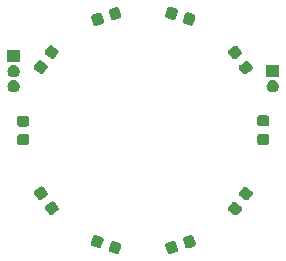
<source format=gbr>
G04 #@! TF.GenerationSoftware,KiCad,Pcbnew,(5.1.4)-1*
G04 #@! TF.CreationDate,2020-05-09T12:02:52-07:00*
G04 #@! TF.ProjectId,Kicad LED Rings_Circular_final,4b696361-6420-44c4-9544-2052696e6773,rev?*
G04 #@! TF.SameCoordinates,Original*
G04 #@! TF.FileFunction,Soldermask,Bot*
G04 #@! TF.FilePolarity,Negative*
%FSLAX46Y46*%
G04 Gerber Fmt 4.6, Leading zero omitted, Abs format (unit mm)*
G04 Created by KiCad (PCBNEW (5.1.4)-1) date 2020-05-09 12:02:52*
%MOMM*%
%LPD*%
G04 APERTURE LIST*
%ADD10C,0.100000*%
G04 APERTURE END LIST*
D10*
G36*
X112267048Y-89273809D02*
G01*
X112304619Y-89288514D01*
X112338598Y-89310266D01*
X112367681Y-89338229D01*
X112390750Y-89371328D01*
X112407920Y-89410582D01*
X112414999Y-89432368D01*
X112415000Y-89432371D01*
X112493017Y-89672483D01*
X112588298Y-89965728D01*
X112597482Y-90007587D01*
X112598274Y-90047920D01*
X112591182Y-90087636D01*
X112576476Y-90125209D01*
X112554727Y-90159185D01*
X112526763Y-90188269D01*
X112493662Y-90211339D01*
X112454409Y-90228508D01*
X112432631Y-90235584D01*
X112432620Y-90235589D01*
X111992376Y-90378633D01*
X111970592Y-90385711D01*
X111928734Y-90394895D01*
X111888400Y-90395687D01*
X111848684Y-90388595D01*
X111811113Y-90373890D01*
X111777134Y-90352138D01*
X111748051Y-90324175D01*
X111724982Y-90291076D01*
X111707812Y-90251822D01*
X111700237Y-90228508D01*
X111593176Y-89899009D01*
X111527434Y-89696676D01*
X111518250Y-89654817D01*
X111517458Y-89614484D01*
X111524550Y-89574768D01*
X111539256Y-89537195D01*
X111561005Y-89503219D01*
X111588969Y-89474135D01*
X111622070Y-89451065D01*
X111661323Y-89433896D01*
X111683101Y-89426820D01*
X111683112Y-89426815D01*
X112123356Y-89283771D01*
X112123357Y-89283771D01*
X112145140Y-89276693D01*
X112186998Y-89267509D01*
X112227332Y-89266717D01*
X112267048Y-89273809D01*
X112267048Y-89273809D01*
G37*
G36*
X107127447Y-89263407D02*
G01*
X107169306Y-89272591D01*
X107191089Y-89279669D01*
X107191090Y-89279669D01*
X107631334Y-89422713D01*
X107631345Y-89422718D01*
X107653123Y-89429794D01*
X107692377Y-89446964D01*
X107725476Y-89470033D01*
X107753439Y-89499116D01*
X107775191Y-89533095D01*
X107789896Y-89570666D01*
X107796988Y-89610382D01*
X107796196Y-89650716D01*
X107787012Y-89692574D01*
X107741264Y-89833372D01*
X107614210Y-90224406D01*
X107606634Y-90247720D01*
X107589465Y-90286973D01*
X107566395Y-90320074D01*
X107537311Y-90348038D01*
X107503335Y-90369787D01*
X107465762Y-90384493D01*
X107426046Y-90391585D01*
X107385713Y-90390793D01*
X107343854Y-90381609D01*
X107322070Y-90374531D01*
X106881826Y-90231487D01*
X106881815Y-90231482D01*
X106860037Y-90224406D01*
X106820783Y-90207236D01*
X106787684Y-90184167D01*
X106759721Y-90155084D01*
X106737969Y-90121105D01*
X106723264Y-90083534D01*
X106716172Y-90043818D01*
X106716964Y-90003484D01*
X106726148Y-89961626D01*
X106821429Y-89668382D01*
X106899446Y-89428269D01*
X106899447Y-89428266D01*
X106906526Y-89406480D01*
X106923695Y-89367227D01*
X106946765Y-89334126D01*
X106975849Y-89306162D01*
X107009825Y-89284413D01*
X107047398Y-89269707D01*
X107087114Y-89262615D01*
X107127447Y-89263407D01*
X107127447Y-89263407D01*
G37*
G36*
X113764962Y-88787107D02*
G01*
X113802533Y-88801812D01*
X113836512Y-88823564D01*
X113865595Y-88851527D01*
X113888664Y-88884626D01*
X113905834Y-88923880D01*
X113912913Y-88945666D01*
X113912914Y-88945669D01*
X113976730Y-89142075D01*
X114086212Y-89479026D01*
X114095396Y-89520885D01*
X114096188Y-89561218D01*
X114089096Y-89600934D01*
X114074390Y-89638507D01*
X114052641Y-89672483D01*
X114024677Y-89701567D01*
X113991576Y-89724637D01*
X113952323Y-89741806D01*
X113930545Y-89748882D01*
X113930534Y-89748887D01*
X113490290Y-89891931D01*
X113468506Y-89899009D01*
X113426648Y-89908193D01*
X113386314Y-89908985D01*
X113346598Y-89901893D01*
X113309027Y-89887188D01*
X113275048Y-89865436D01*
X113245965Y-89837473D01*
X113222896Y-89804374D01*
X113205726Y-89765120D01*
X113198151Y-89741806D01*
X113067021Y-89338229D01*
X113025348Y-89209974D01*
X113016164Y-89168115D01*
X113015372Y-89127782D01*
X113022464Y-89088066D01*
X113037170Y-89050493D01*
X113058919Y-89016517D01*
X113086883Y-88987433D01*
X113119984Y-88964363D01*
X113159237Y-88947194D01*
X113181015Y-88940118D01*
X113181026Y-88940113D01*
X113621270Y-88797069D01*
X113621271Y-88797069D01*
X113643054Y-88789991D01*
X113684912Y-88780807D01*
X113725246Y-88780015D01*
X113764962Y-88787107D01*
X113764962Y-88787107D01*
G37*
G36*
X105629533Y-88776705D02*
G01*
X105671392Y-88785889D01*
X105693175Y-88792967D01*
X105693176Y-88792967D01*
X106133420Y-88936011D01*
X106133431Y-88936016D01*
X106155209Y-88943092D01*
X106194463Y-88960262D01*
X106227562Y-88983331D01*
X106255525Y-89012414D01*
X106277277Y-89046393D01*
X106291982Y-89083964D01*
X106299074Y-89123680D01*
X106298282Y-89164014D01*
X106289098Y-89205872D01*
X106223916Y-89406480D01*
X106116296Y-89737704D01*
X106108720Y-89761018D01*
X106091551Y-89800271D01*
X106068481Y-89833372D01*
X106039397Y-89861336D01*
X106005421Y-89883085D01*
X105967848Y-89897791D01*
X105928132Y-89904883D01*
X105887799Y-89904091D01*
X105845940Y-89894907D01*
X105824156Y-89887829D01*
X105383912Y-89744785D01*
X105383901Y-89744780D01*
X105362123Y-89737704D01*
X105322869Y-89720534D01*
X105289770Y-89697465D01*
X105261807Y-89668382D01*
X105240055Y-89634403D01*
X105225350Y-89596832D01*
X105218258Y-89557116D01*
X105219050Y-89516782D01*
X105228234Y-89474924D01*
X105350896Y-89097410D01*
X105401532Y-88941567D01*
X105401533Y-88941564D01*
X105408612Y-88919778D01*
X105425781Y-88880525D01*
X105448851Y-88847424D01*
X105477935Y-88819460D01*
X105511911Y-88797711D01*
X105549484Y-88783005D01*
X105589200Y-88775913D01*
X105629533Y-88776705D01*
X105629533Y-88776705D01*
G37*
G36*
X117380004Y-85951792D02*
G01*
X117418118Y-85965008D01*
X117455091Y-85986679D01*
X117473615Y-86000138D01*
X117473621Y-86000141D01*
X117866056Y-86285262D01*
X117927320Y-86329773D01*
X117959354Y-86358240D01*
X117983704Y-86390406D01*
X118001312Y-86426708D01*
X118011497Y-86465743D01*
X118013872Y-86506019D01*
X118008344Y-86545985D01*
X117995128Y-86584099D01*
X117973457Y-86621072D01*
X117674448Y-87032624D01*
X117645981Y-87064658D01*
X117613817Y-87089006D01*
X117577512Y-87106615D01*
X117538476Y-87116802D01*
X117498202Y-87119176D01*
X117458236Y-87113648D01*
X117420122Y-87100432D01*
X117383149Y-87078761D01*
X117364625Y-87065302D01*
X117364619Y-87065299D01*
X116929449Y-86749129D01*
X116929450Y-86749129D01*
X116910920Y-86735667D01*
X116878886Y-86707200D01*
X116854536Y-86675034D01*
X116836928Y-86638732D01*
X116826743Y-86599697D01*
X116824368Y-86559421D01*
X116829896Y-86519455D01*
X116843112Y-86481341D01*
X116864783Y-86444368D01*
X117163792Y-86032816D01*
X117192259Y-86000782D01*
X117224423Y-85976434D01*
X117260728Y-85958825D01*
X117299764Y-85948638D01*
X117340038Y-85946264D01*
X117380004Y-85951792D01*
X117380004Y-85951792D01*
G37*
G36*
X102019078Y-85930859D02*
G01*
X102058113Y-85941044D01*
X102094415Y-85958652D01*
X102126581Y-85983002D01*
X102155048Y-86015036D01*
X102454057Y-86426588D01*
X102475728Y-86463561D01*
X102488944Y-86501675D01*
X102494472Y-86541641D01*
X102492098Y-86581915D01*
X102481911Y-86620951D01*
X102464302Y-86657256D01*
X102439954Y-86689420D01*
X102407920Y-86717887D01*
X102389390Y-86731349D01*
X102389391Y-86731349D01*
X101954221Y-87047519D01*
X101954215Y-87047522D01*
X101935691Y-87060981D01*
X101898718Y-87082652D01*
X101860604Y-87095868D01*
X101820638Y-87101396D01*
X101780362Y-87099021D01*
X101741327Y-87088836D01*
X101705025Y-87071228D01*
X101672859Y-87046878D01*
X101644392Y-87014844D01*
X101345383Y-86603292D01*
X101323712Y-86566319D01*
X101310496Y-86528205D01*
X101304968Y-86488239D01*
X101307342Y-86447965D01*
X101317529Y-86408929D01*
X101335138Y-86372624D01*
X101359486Y-86340460D01*
X101391520Y-86311993D01*
X101452784Y-86267482D01*
X101845219Y-85982361D01*
X101845225Y-85982358D01*
X101863749Y-85968899D01*
X101900722Y-85947228D01*
X101938836Y-85934012D01*
X101978802Y-85928484D01*
X102019078Y-85930859D01*
X102019078Y-85930859D01*
G37*
G36*
X118305766Y-84677590D02*
G01*
X118343880Y-84690806D01*
X118380853Y-84712477D01*
X118399377Y-84725936D01*
X118399383Y-84725939D01*
X118791818Y-85011060D01*
X118853082Y-85055571D01*
X118885116Y-85084038D01*
X118909466Y-85116204D01*
X118927074Y-85152506D01*
X118937259Y-85191541D01*
X118939634Y-85231817D01*
X118934106Y-85271783D01*
X118920890Y-85309897D01*
X118899219Y-85346870D01*
X118600210Y-85758422D01*
X118571743Y-85790456D01*
X118539579Y-85814804D01*
X118503274Y-85832413D01*
X118464238Y-85842600D01*
X118423964Y-85844974D01*
X118383998Y-85839446D01*
X118345884Y-85826230D01*
X118308911Y-85804559D01*
X118290387Y-85791100D01*
X118290381Y-85791097D01*
X117855211Y-85474927D01*
X117855212Y-85474927D01*
X117836682Y-85461465D01*
X117804648Y-85432998D01*
X117780298Y-85400832D01*
X117762690Y-85364530D01*
X117752505Y-85325495D01*
X117750130Y-85285219D01*
X117755658Y-85245253D01*
X117768874Y-85207139D01*
X117790545Y-85170166D01*
X118089554Y-84758614D01*
X118118021Y-84726580D01*
X118150185Y-84702232D01*
X118186490Y-84684623D01*
X118225526Y-84674436D01*
X118265800Y-84672062D01*
X118305766Y-84677590D01*
X118305766Y-84677590D01*
G37*
G36*
X101093316Y-84656657D02*
G01*
X101132351Y-84666842D01*
X101168653Y-84684450D01*
X101200819Y-84708800D01*
X101229286Y-84740834D01*
X101528295Y-85152386D01*
X101549966Y-85189359D01*
X101563182Y-85227473D01*
X101568710Y-85267439D01*
X101566336Y-85307713D01*
X101556149Y-85346749D01*
X101538540Y-85383054D01*
X101514192Y-85415218D01*
X101482158Y-85443685D01*
X101463628Y-85457147D01*
X101463629Y-85457147D01*
X101028459Y-85773317D01*
X101028453Y-85773320D01*
X101009929Y-85786779D01*
X100972956Y-85808450D01*
X100934842Y-85821666D01*
X100894876Y-85827194D01*
X100854600Y-85824819D01*
X100815565Y-85814634D01*
X100779263Y-85797026D01*
X100747097Y-85772676D01*
X100718630Y-85740642D01*
X100419621Y-85329090D01*
X100397950Y-85292117D01*
X100384734Y-85254003D01*
X100379206Y-85214037D01*
X100381580Y-85173763D01*
X100391767Y-85134727D01*
X100409376Y-85098422D01*
X100433724Y-85066258D01*
X100465758Y-85037791D01*
X100527022Y-84993280D01*
X100919457Y-84708159D01*
X100919463Y-84708156D01*
X100937987Y-84694697D01*
X100974960Y-84673026D01*
X101013074Y-84659810D01*
X101053040Y-84654282D01*
X101093316Y-84656657D01*
X101093316Y-84656657D01*
G37*
G36*
X99823757Y-80239639D02*
G01*
X99862367Y-80251351D01*
X99897953Y-80270373D01*
X99929136Y-80295964D01*
X99954727Y-80327147D01*
X99973749Y-80362733D01*
X99985461Y-80401343D01*
X99989660Y-80443981D01*
X99989660Y-80952699D01*
X99985461Y-80995337D01*
X99973749Y-81033947D01*
X99954727Y-81069533D01*
X99929136Y-81100716D01*
X99897953Y-81126307D01*
X99862367Y-81145329D01*
X99823757Y-81157041D01*
X99781119Y-81161240D01*
X99197401Y-81161240D01*
X99154763Y-81157041D01*
X99116153Y-81145329D01*
X99080567Y-81126307D01*
X99049384Y-81100716D01*
X99023793Y-81069533D01*
X99004771Y-81033947D01*
X98993059Y-80995337D01*
X98988860Y-80952699D01*
X98988860Y-80443981D01*
X98993059Y-80401343D01*
X99004771Y-80362733D01*
X99023793Y-80327147D01*
X99049384Y-80295964D01*
X99080567Y-80270373D01*
X99116153Y-80251351D01*
X99154763Y-80239639D01*
X99197401Y-80235440D01*
X99781119Y-80235440D01*
X99823757Y-80239639D01*
X99823757Y-80239639D01*
G37*
G36*
X120148837Y-80224499D02*
G01*
X120187447Y-80236211D01*
X120223033Y-80255233D01*
X120254216Y-80280824D01*
X120279807Y-80312007D01*
X120298829Y-80347593D01*
X120310541Y-80386203D01*
X120314740Y-80428841D01*
X120314740Y-80937559D01*
X120310541Y-80980197D01*
X120298829Y-81018807D01*
X120279807Y-81054393D01*
X120254216Y-81085576D01*
X120223033Y-81111167D01*
X120187447Y-81130189D01*
X120148837Y-81141901D01*
X120106199Y-81146100D01*
X119522481Y-81146100D01*
X119479843Y-81141901D01*
X119441233Y-81130189D01*
X119405647Y-81111167D01*
X119374464Y-81085576D01*
X119348873Y-81054393D01*
X119329851Y-81018807D01*
X119318139Y-80980197D01*
X119313940Y-80937559D01*
X119313940Y-80428841D01*
X119318139Y-80386203D01*
X119329851Y-80347593D01*
X119348873Y-80312007D01*
X119374464Y-80280824D01*
X119405647Y-80255233D01*
X119441233Y-80236211D01*
X119479843Y-80224499D01*
X119522481Y-80220300D01*
X120106199Y-80220300D01*
X120148837Y-80224499D01*
X120148837Y-80224499D01*
G37*
G36*
X99823757Y-78664639D02*
G01*
X99862367Y-78676351D01*
X99897953Y-78695373D01*
X99929136Y-78720964D01*
X99954727Y-78752147D01*
X99973749Y-78787733D01*
X99985461Y-78826343D01*
X99989660Y-78868981D01*
X99989660Y-79377699D01*
X99985461Y-79420337D01*
X99973749Y-79458947D01*
X99954727Y-79494533D01*
X99929136Y-79525716D01*
X99897953Y-79551307D01*
X99862367Y-79570329D01*
X99823757Y-79582041D01*
X99781119Y-79586240D01*
X99197401Y-79586240D01*
X99154763Y-79582041D01*
X99116153Y-79570329D01*
X99080567Y-79551307D01*
X99049384Y-79525716D01*
X99023793Y-79494533D01*
X99004771Y-79458947D01*
X98993059Y-79420337D01*
X98988860Y-79377699D01*
X98988860Y-78868981D01*
X98993059Y-78826343D01*
X99004771Y-78787733D01*
X99023793Y-78752147D01*
X99049384Y-78720964D01*
X99080567Y-78695373D01*
X99116153Y-78676351D01*
X99154763Y-78664639D01*
X99197401Y-78660440D01*
X99781119Y-78660440D01*
X99823757Y-78664639D01*
X99823757Y-78664639D01*
G37*
G36*
X120148837Y-78649499D02*
G01*
X120187447Y-78661211D01*
X120223033Y-78680233D01*
X120254216Y-78705824D01*
X120279807Y-78737007D01*
X120298829Y-78772593D01*
X120310541Y-78811203D01*
X120314740Y-78853841D01*
X120314740Y-79362559D01*
X120310541Y-79405197D01*
X120298829Y-79443807D01*
X120279807Y-79479393D01*
X120254216Y-79510576D01*
X120223033Y-79536167D01*
X120187447Y-79555189D01*
X120148837Y-79566901D01*
X120106199Y-79571100D01*
X119522481Y-79571100D01*
X119479843Y-79566901D01*
X119441233Y-79555189D01*
X119405647Y-79536167D01*
X119374464Y-79510576D01*
X119348873Y-79479393D01*
X119329851Y-79443807D01*
X119318139Y-79405197D01*
X119313940Y-79362559D01*
X119313940Y-78853841D01*
X119318139Y-78811203D01*
X119329851Y-78772593D01*
X119348873Y-78737007D01*
X119374464Y-78705824D01*
X119405647Y-78680233D01*
X119441233Y-78661211D01*
X119479843Y-78649499D01*
X119522481Y-78645300D01*
X120106199Y-78645300D01*
X120148837Y-78649499D01*
X120148837Y-78649499D01*
G37*
G36*
X98782996Y-75652202D02*
G01*
X98882035Y-75682245D01*
X98973309Y-75731032D01*
X99053311Y-75796689D01*
X99118968Y-75876691D01*
X99167755Y-75967965D01*
X99197798Y-76067004D01*
X99207942Y-76170000D01*
X99197798Y-76272996D01*
X99167755Y-76372035D01*
X99118968Y-76463309D01*
X99053311Y-76543311D01*
X98973309Y-76608968D01*
X98882035Y-76657755D01*
X98782996Y-76687798D01*
X98705810Y-76695400D01*
X98654190Y-76695400D01*
X98577004Y-76687798D01*
X98477965Y-76657755D01*
X98386691Y-76608968D01*
X98306689Y-76543311D01*
X98241032Y-76463309D01*
X98192245Y-76372035D01*
X98162202Y-76272996D01*
X98152058Y-76170000D01*
X98162202Y-76067004D01*
X98192245Y-75967965D01*
X98241032Y-75876691D01*
X98306689Y-75796689D01*
X98386691Y-75731032D01*
X98477965Y-75682245D01*
X98577004Y-75652202D01*
X98654190Y-75644600D01*
X98705810Y-75644600D01*
X98782996Y-75652202D01*
X98782996Y-75652202D01*
G37*
G36*
X120714896Y-75651722D02*
G01*
X120813935Y-75681765D01*
X120905209Y-75730552D01*
X120985211Y-75796209D01*
X121050868Y-75876211D01*
X121099655Y-75967485D01*
X121129698Y-76066524D01*
X121139842Y-76169520D01*
X121129698Y-76272516D01*
X121099655Y-76371555D01*
X121050868Y-76462829D01*
X120985211Y-76542831D01*
X120905209Y-76608488D01*
X120813935Y-76657275D01*
X120714896Y-76687318D01*
X120637710Y-76694920D01*
X120586090Y-76694920D01*
X120508904Y-76687318D01*
X120409865Y-76657275D01*
X120318591Y-76608488D01*
X120238589Y-76542831D01*
X120172932Y-76462829D01*
X120124145Y-76371555D01*
X120094102Y-76272516D01*
X120083958Y-76169520D01*
X120094102Y-76066524D01*
X120124145Y-75967485D01*
X120172932Y-75876211D01*
X120238589Y-75796209D01*
X120318591Y-75730552D01*
X120409865Y-75681765D01*
X120508904Y-75651722D01*
X120586090Y-75644120D01*
X120637710Y-75644120D01*
X120714896Y-75651722D01*
X120714896Y-75651722D01*
G37*
G36*
X98782996Y-74382202D02*
G01*
X98882035Y-74412245D01*
X98973309Y-74461032D01*
X99053311Y-74526689D01*
X99118968Y-74606691D01*
X99167755Y-74697965D01*
X99197798Y-74797004D01*
X99207942Y-74900000D01*
X99197798Y-75002996D01*
X99167755Y-75102035D01*
X99118968Y-75193309D01*
X99053311Y-75273311D01*
X98973309Y-75338968D01*
X98882035Y-75387755D01*
X98782996Y-75417798D01*
X98705810Y-75425400D01*
X98654190Y-75425400D01*
X98577004Y-75417798D01*
X98477965Y-75387755D01*
X98386691Y-75338968D01*
X98306689Y-75273311D01*
X98241032Y-75193309D01*
X98192245Y-75102035D01*
X98162202Y-75002996D01*
X98152058Y-74900000D01*
X98162202Y-74797004D01*
X98192245Y-74697965D01*
X98241032Y-74606691D01*
X98306689Y-74526689D01*
X98386691Y-74461032D01*
X98477965Y-74412245D01*
X98577004Y-74382202D01*
X98654190Y-74374600D01*
X98705810Y-74374600D01*
X98782996Y-74382202D01*
X98782996Y-74382202D01*
G37*
G36*
X121137300Y-75424920D02*
G01*
X120086500Y-75424920D01*
X120086500Y-74374120D01*
X121137300Y-74374120D01*
X121137300Y-75424920D01*
X121137300Y-75424920D01*
G37*
G36*
X118455418Y-74003019D02*
G01*
X118494453Y-74013204D01*
X118530755Y-74030812D01*
X118562921Y-74055162D01*
X118591388Y-74087196D01*
X118890397Y-74498748D01*
X118912068Y-74535721D01*
X118925284Y-74573835D01*
X118930812Y-74613801D01*
X118928438Y-74654075D01*
X118918251Y-74693111D01*
X118900642Y-74729416D01*
X118876294Y-74761580D01*
X118844260Y-74790047D01*
X118825730Y-74803509D01*
X118825731Y-74803509D01*
X118390561Y-75119679D01*
X118390555Y-75119682D01*
X118372031Y-75133141D01*
X118335058Y-75154812D01*
X118296944Y-75168028D01*
X118256978Y-75173556D01*
X118216702Y-75171181D01*
X118177667Y-75160996D01*
X118141365Y-75143388D01*
X118109199Y-75119038D01*
X118080732Y-75087004D01*
X117781723Y-74675452D01*
X117760052Y-74638479D01*
X117746836Y-74600365D01*
X117741308Y-74560399D01*
X117743682Y-74520125D01*
X117753869Y-74481089D01*
X117771478Y-74444784D01*
X117795826Y-74412620D01*
X117827860Y-74384153D01*
X117889124Y-74339642D01*
X118281559Y-74054521D01*
X118281565Y-74054518D01*
X118300089Y-74041059D01*
X118337062Y-74019388D01*
X118375176Y-74006172D01*
X118415142Y-74000644D01*
X118455418Y-74003019D01*
X118455418Y-74003019D01*
G37*
G36*
X100922142Y-73979894D02*
G01*
X100960256Y-73993110D01*
X100997229Y-74014781D01*
X101015753Y-74028240D01*
X101015759Y-74028243D01*
X101190775Y-74155400D01*
X101469458Y-74357875D01*
X101501492Y-74386342D01*
X101525842Y-74418508D01*
X101543450Y-74454810D01*
X101553635Y-74493845D01*
X101556010Y-74534121D01*
X101550482Y-74574087D01*
X101537266Y-74612201D01*
X101515595Y-74649174D01*
X101216586Y-75060726D01*
X101188119Y-75092760D01*
X101155955Y-75117108D01*
X101119650Y-75134717D01*
X101080614Y-75144904D01*
X101040340Y-75147278D01*
X101000374Y-75141750D01*
X100962260Y-75128534D01*
X100925287Y-75106863D01*
X100906763Y-75093404D01*
X100906757Y-75093401D01*
X100514322Y-74808280D01*
X100453058Y-74763769D01*
X100421024Y-74735302D01*
X100396674Y-74703136D01*
X100379066Y-74666834D01*
X100368881Y-74627799D01*
X100366506Y-74587523D01*
X100372034Y-74547557D01*
X100385250Y-74509443D01*
X100406921Y-74472470D01*
X100705930Y-74060918D01*
X100734397Y-74028884D01*
X100766561Y-74004536D01*
X100802866Y-73986927D01*
X100841902Y-73976740D01*
X100882176Y-73974366D01*
X100922142Y-73979894D01*
X100922142Y-73979894D01*
G37*
G36*
X99205400Y-74155400D02*
G01*
X98154600Y-74155400D01*
X98154600Y-73104600D01*
X99205400Y-73104600D01*
X99205400Y-74155400D01*
X99205400Y-74155400D01*
G37*
G36*
X117529656Y-72728817D02*
G01*
X117568691Y-72739002D01*
X117604993Y-72756610D01*
X117637159Y-72780960D01*
X117665626Y-72812994D01*
X117964635Y-73224546D01*
X117986306Y-73261519D01*
X117999522Y-73299633D01*
X118005050Y-73339599D01*
X118002676Y-73379873D01*
X117992489Y-73418909D01*
X117974880Y-73455214D01*
X117950532Y-73487378D01*
X117918498Y-73515845D01*
X117899968Y-73529307D01*
X117899969Y-73529307D01*
X117464799Y-73845477D01*
X117464793Y-73845480D01*
X117446269Y-73858939D01*
X117409296Y-73880610D01*
X117371182Y-73893826D01*
X117331216Y-73899354D01*
X117290940Y-73896979D01*
X117251905Y-73886794D01*
X117215603Y-73869186D01*
X117183437Y-73844836D01*
X117154970Y-73812802D01*
X116855961Y-73401250D01*
X116834290Y-73364277D01*
X116821074Y-73326163D01*
X116815546Y-73286197D01*
X116817920Y-73245923D01*
X116828107Y-73206887D01*
X116845716Y-73170582D01*
X116870064Y-73138418D01*
X116902098Y-73109951D01*
X116963362Y-73065440D01*
X117355797Y-72780319D01*
X117355803Y-72780316D01*
X117374327Y-72766857D01*
X117411300Y-72745186D01*
X117449414Y-72731970D01*
X117489380Y-72726442D01*
X117529656Y-72728817D01*
X117529656Y-72728817D01*
G37*
G36*
X101847904Y-72705692D02*
G01*
X101886018Y-72718908D01*
X101922991Y-72740579D01*
X101941515Y-72754038D01*
X101941521Y-72754041D01*
X102333956Y-73039162D01*
X102395220Y-73083673D01*
X102427254Y-73112140D01*
X102451604Y-73144306D01*
X102469212Y-73180608D01*
X102479397Y-73219643D01*
X102481772Y-73259919D01*
X102476244Y-73299885D01*
X102463028Y-73337999D01*
X102441357Y-73374972D01*
X102142348Y-73786524D01*
X102113881Y-73818558D01*
X102081717Y-73842906D01*
X102045412Y-73860515D01*
X102006376Y-73870702D01*
X101966102Y-73873076D01*
X101926136Y-73867548D01*
X101888022Y-73854332D01*
X101851049Y-73832661D01*
X101832525Y-73819202D01*
X101832519Y-73819199D01*
X101440084Y-73534078D01*
X101378820Y-73489567D01*
X101346786Y-73461100D01*
X101322436Y-73428934D01*
X101304828Y-73392632D01*
X101294643Y-73353597D01*
X101292268Y-73313321D01*
X101297796Y-73273355D01*
X101311012Y-73235241D01*
X101332683Y-73198268D01*
X101631692Y-72786716D01*
X101660159Y-72754682D01*
X101692323Y-72730334D01*
X101728628Y-72712725D01*
X101767664Y-72702538D01*
X101807938Y-72700164D01*
X101847904Y-72705692D01*
X101847904Y-72705692D01*
G37*
G36*
X105980548Y-69939329D02*
G01*
X106018119Y-69954034D01*
X106052098Y-69975786D01*
X106081181Y-70003749D01*
X106104250Y-70036848D01*
X106121420Y-70076102D01*
X106128499Y-70097888D01*
X106128500Y-70097891D01*
X106206517Y-70338003D01*
X106301798Y-70631248D01*
X106310982Y-70673107D01*
X106311774Y-70713440D01*
X106304682Y-70753156D01*
X106289976Y-70790729D01*
X106268227Y-70824705D01*
X106240263Y-70853789D01*
X106207162Y-70876859D01*
X106167909Y-70894028D01*
X106146131Y-70901104D01*
X106146120Y-70901109D01*
X105720473Y-71039410D01*
X105684092Y-71051231D01*
X105642234Y-71060415D01*
X105601900Y-71061207D01*
X105562184Y-71054115D01*
X105524613Y-71039410D01*
X105490634Y-71017658D01*
X105461551Y-70989695D01*
X105438482Y-70956596D01*
X105421312Y-70917342D01*
X105413737Y-70894028D01*
X105302154Y-70550611D01*
X105240934Y-70362196D01*
X105231750Y-70320337D01*
X105230958Y-70280004D01*
X105238050Y-70240288D01*
X105252756Y-70202715D01*
X105274505Y-70168739D01*
X105302469Y-70139655D01*
X105335570Y-70116585D01*
X105374823Y-70099416D01*
X105396601Y-70092340D01*
X105396612Y-70092335D01*
X105836856Y-69949291D01*
X105836857Y-69949291D01*
X105858640Y-69942213D01*
X105900498Y-69933029D01*
X105940832Y-69932237D01*
X105980548Y-69939329D01*
X105980548Y-69939329D01*
G37*
G36*
X113406327Y-69916227D02*
G01*
X113448186Y-69925411D01*
X113469969Y-69932489D01*
X113469970Y-69932489D01*
X113910214Y-70075533D01*
X113910225Y-70075538D01*
X113932003Y-70082614D01*
X113971257Y-70099784D01*
X114004356Y-70122853D01*
X114032319Y-70151936D01*
X114054071Y-70185915D01*
X114068776Y-70223486D01*
X114075868Y-70263202D01*
X114075076Y-70303536D01*
X114065892Y-70345394D01*
X113997166Y-70556911D01*
X113893090Y-70877226D01*
X113885514Y-70900540D01*
X113868345Y-70939793D01*
X113845275Y-70972894D01*
X113816191Y-71000858D01*
X113782215Y-71022607D01*
X113744642Y-71037313D01*
X113704926Y-71044405D01*
X113664593Y-71043613D01*
X113622734Y-71034429D01*
X113600950Y-71027351D01*
X113160706Y-70884307D01*
X113160695Y-70884302D01*
X113138917Y-70877226D01*
X113099663Y-70860056D01*
X113066564Y-70836987D01*
X113038601Y-70807904D01*
X113016849Y-70773925D01*
X113002144Y-70736354D01*
X112995052Y-70696638D01*
X112995844Y-70656304D01*
X113005028Y-70614446D01*
X113100309Y-70321202D01*
X113178326Y-70081089D01*
X113178327Y-70081086D01*
X113185406Y-70059300D01*
X113202575Y-70020047D01*
X113225645Y-69986946D01*
X113254729Y-69958982D01*
X113288705Y-69937233D01*
X113326278Y-69922527D01*
X113365994Y-69915435D01*
X113406327Y-69916227D01*
X113406327Y-69916227D01*
G37*
G36*
X107478462Y-69452627D02*
G01*
X107516033Y-69467332D01*
X107550012Y-69489084D01*
X107579095Y-69517047D01*
X107602164Y-69550146D01*
X107619334Y-69589400D01*
X107626413Y-69611186D01*
X107626414Y-69611189D01*
X107680127Y-69776500D01*
X107799712Y-70144546D01*
X107808896Y-70186405D01*
X107809688Y-70226738D01*
X107802596Y-70266454D01*
X107787890Y-70304027D01*
X107766141Y-70338003D01*
X107738177Y-70367087D01*
X107705076Y-70390157D01*
X107665823Y-70407326D01*
X107644045Y-70414402D01*
X107644034Y-70414407D01*
X107218387Y-70552708D01*
X107182006Y-70564529D01*
X107140148Y-70573713D01*
X107099814Y-70574505D01*
X107060098Y-70567413D01*
X107022527Y-70552708D01*
X106988548Y-70530956D01*
X106959465Y-70502993D01*
X106936396Y-70469894D01*
X106919226Y-70430640D01*
X106911651Y-70407326D01*
X106780521Y-70003749D01*
X106738848Y-69875494D01*
X106729664Y-69833635D01*
X106728872Y-69793302D01*
X106735964Y-69753586D01*
X106750670Y-69716013D01*
X106772419Y-69682037D01*
X106800383Y-69652953D01*
X106833484Y-69629883D01*
X106872737Y-69612714D01*
X106894515Y-69605638D01*
X106894526Y-69605633D01*
X107334770Y-69462589D01*
X107334771Y-69462589D01*
X107356554Y-69455511D01*
X107398412Y-69446327D01*
X107438746Y-69445535D01*
X107478462Y-69452627D01*
X107478462Y-69452627D01*
G37*
G36*
X111908413Y-69429525D02*
G01*
X111950272Y-69438709D01*
X111972055Y-69445787D01*
X111972056Y-69445787D01*
X112412300Y-69588831D01*
X112412311Y-69588836D01*
X112434089Y-69595912D01*
X112473343Y-69613082D01*
X112506442Y-69636151D01*
X112534405Y-69665234D01*
X112556157Y-69699213D01*
X112570862Y-69736784D01*
X112577954Y-69776500D01*
X112577162Y-69816834D01*
X112567978Y-69858692D01*
X112509223Y-70039520D01*
X112395176Y-70390524D01*
X112387600Y-70413838D01*
X112370431Y-70453091D01*
X112347361Y-70486192D01*
X112318277Y-70514156D01*
X112284301Y-70535905D01*
X112246728Y-70550611D01*
X112207012Y-70557703D01*
X112166679Y-70556911D01*
X112124820Y-70547727D01*
X112103036Y-70540649D01*
X111662792Y-70397605D01*
X111662781Y-70397600D01*
X111641003Y-70390524D01*
X111601749Y-70373354D01*
X111568650Y-70350285D01*
X111540687Y-70321202D01*
X111518935Y-70287223D01*
X111504230Y-70249652D01*
X111497138Y-70209936D01*
X111497930Y-70169602D01*
X111507114Y-70127744D01*
X111628685Y-69753586D01*
X111680412Y-69594387D01*
X111680413Y-69594384D01*
X111687492Y-69572598D01*
X111704661Y-69533345D01*
X111727731Y-69500244D01*
X111756815Y-69472280D01*
X111790791Y-69450531D01*
X111828364Y-69435825D01*
X111868080Y-69428733D01*
X111908413Y-69429525D01*
X111908413Y-69429525D01*
G37*
M02*

</source>
